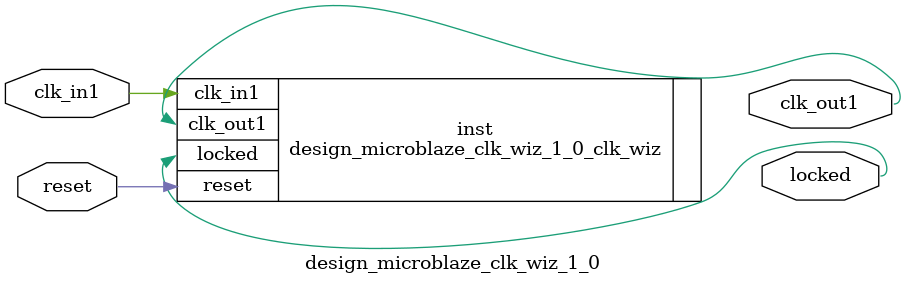
<source format=v>


`timescale 1ps/1ps

(* CORE_GENERATION_INFO = "design_microblaze_clk_wiz_1_0,clk_wiz_v6_0_4_0_0,{component_name=design_microblaze_clk_wiz_1_0,use_phase_alignment=true,use_min_o_jitter=false,use_max_i_jitter=false,use_dyn_phase_shift=false,use_inclk_switchover=false,use_dyn_reconfig=false,enable_axi=0,feedback_source=FDBK_AUTO,PRIMITIVE=MMCM,num_out_clk=1,clkin1_period=5.000,clkin2_period=10.0,use_power_down=false,use_reset=true,use_locked=true,use_inclk_stopped=false,feedback_type=SINGLE,CLOCK_MGR_TYPE=NA,manual_override=false}" *)

module design_microblaze_clk_wiz_1_0 
 (
  // Clock out ports
  output        clk_out1,
  // Status and control signals
  input         reset,
  output        locked,
 // Clock in ports
  input         clk_in1
 );

  design_microblaze_clk_wiz_1_0_clk_wiz inst
  (
  // Clock out ports  
  .clk_out1(clk_out1),
  // Status and control signals               
  .reset(reset), 
  .locked(locked),
 // Clock in ports
  .clk_in1(clk_in1)
  );

endmodule

</source>
